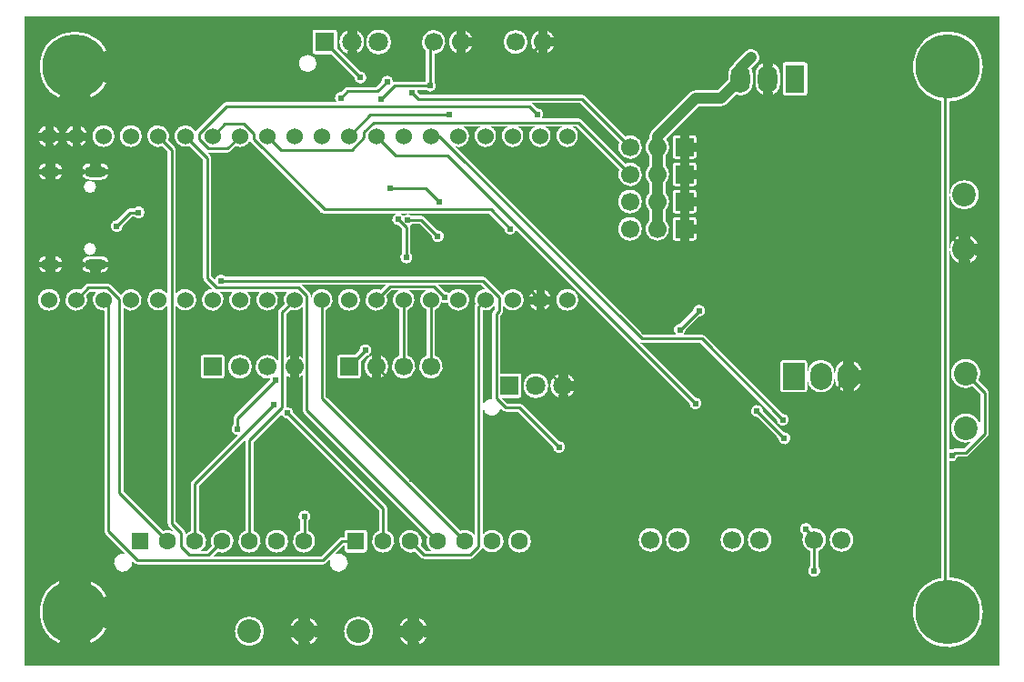
<source format=gbl>
G04 Layer: BottomLayer*
G04 EasyEDA Pro v2.2.32.3, 2024-11-04 22:23:50*
G04 Gerber Generator version 0.3*
G04 Scale: 100 percent, Rotated: No, Reflected: No*
G04 Dimensions in millimeters*
G04 Leading zeros omitted, absolute positions, 3 integers and 5 decimals*
%FSLAX35Y35*%
%MOMM*%
%ADD10C,0.90508*%
%ADD11C,0.50508*%
%ADD12C,1.05508*%
%ADD13C,0.76708*%
%ADD14C,3.00507*%
%ADD15C,0.85508*%
%ADD16C,1.10508*%
%ADD17C,1.25508*%
%ADD18C,1.00508*%
%ADD19C,6.0078*%
%ADD20C,5.99999*%
%ADD21O,2.1X1.0*%
%ADD22O,1.8X1.0*%
%ADD23C,2.2*%
%ADD24R,1.7X1.7*%
%ADD25C,1.7*%
%ADD26R,1.7X1.7*%
%ADD27O,1.8X2.59999*%
%ADD28R,1.8X2.59999*%
%ADD29O,2.0X2.49999*%
%ADD30R,2.0X2.49999*%
%ADD31R,1.6X1.6*%
%ADD32C,1.6*%
%ADD33C,1.8*%
%ADD34R,1.8X1.8*%
%ADD35C,1.524*%
%ADD36C,0.61*%
%ADD37C,0.254*%
%ADD38C,1.0*%
G75*


G04 Copper Start*
G36*
G01X9118346Y-38357D02*
G01X9118346Y-6083060D01*
G01X38354Y-6087025D01*
G01X38354Y-38357D01*
G01X9118346Y-38357D01*
G37*
%LPC*%
G36*
G01X266700Y-2781562D02*
G03X266700Y-2577854I0J101854D01*
G03X266700Y-2781562I0J-101854D01*
G37*
G36*
G01X266700Y-1257562D02*
G03X266700Y-1053854I0J101854D01*
G03X266700Y-1257562I0J-101854D01*
G37*
G36*
G01X320693Y-1410040D02*
G01X240693Y-1410040D01*
G03X240693Y-1561348I0J-75654D01*
G01X320693Y-1561348D01*
G03X320693Y-1410040I0J75654D01*
G37*
G36*
G01X320693Y-2274047D02*
G01X240693Y-2274047D01*
G03X240693Y-2425355I0J-75654D01*
G01X320693Y-2425355D01*
G03X320693Y-2274047I0J75654D01*
G37*
G36*
G01X833653Y-5588008D02*
G03X182347Y-5588008I-325653J0D01*
G03X833653Y-5588008I325653J0D01*
G37*
G36*
G01X833653Y-508008D02*
G03X182347Y-508008I-325653J0D01*
G03X833653Y-508008I325653J0D01*
G37*
G36*
G01X784438Y-4835992D02*
G03X795672Y-4863113I38354J0D01*
G01X976649Y-5044089D01*
G03X897039Y-5188166I-19043J-83510D01*
G03X1041116Y-5108556I60566J60566D01*
G01X1065080Y-5132520D01*
G03X1092200Y-5143754I27120J27120D01*
G01X2819400Y-5143754D01*
G03X2846520Y-5132520I0J38354D01*
G01X2885702Y-5093339D01*
G03X3024772Y-5188166I78503J-34261D01*
G03X2929945Y-5049096I-60566J60566D01*
G01X3013087Y-4965954D01*
G01X3018546Y-4965954D01*
G01X3018546Y-5007600D01*
G03X3044200Y-5033254I25654J0D01*
G01X3204200Y-5033254D01*
G03X3229854Y-5007600I0J25654D01*
G01X3229854Y-4847600D01*
G03X3204200Y-4821946I-25654J0D01*
G01X3044200Y-4821946D01*
G03X3018546Y-4847600I0J-25654D01*
G01X3018546Y-4889246D01*
G01X2997200Y-4889246D01*
G03X2970080Y-4900480I0J-38354D01*
G01X2803513Y-5067046D01*
G01X1794395Y-5067046D01*
G01X1837108Y-5024333D01*
G03X1954309Y-4852891I42492J96733D01*
G03X1782867Y-4970092I-74709J-74709D01*
G01X1736713Y-5016246D01*
G01X1683086Y-5016246D01*
G03X1730706Y-4916852I-57486J88646D01*
G03X1663954Y-4829154I-105106J-10748D01*
G01X1663954Y-4410087D01*
G01X2096700Y-3977341D01*
G03X2095246Y-3987800I36900J-10459D01*
G01X2095246Y-4829154D01*
G03X2133600Y-5033254I38354J-98446D01*
G03X2171954Y-4829154I0J105654D01*
G01X2171954Y-4003687D01*
G01X2433647Y-3741994D01*
G03X2491082Y-3789923I55553J8194D01*
G01X3339846Y-4638687D01*
G01X3339846Y-4829154D01*
G03X3378200Y-5033254I38354J-98446D01*
G03X3416554Y-4829154I0J105654D01*
G01X3416554Y-4622800D01*
G03X3405320Y-4595680I-38354J0D01*
G01X2545323Y-3735682D01*
G03X2476754Y-3679043I-56123J1882D01*
G01X2476754Y-3382477D01*
G03X2628646Y-3382477I75946J80477D01*
G01X2628646Y-3708400D01*
G03X2639880Y-3735520I38354J0D01*
G01X3789467Y-4885108D01*
G03X3828714Y-5016246I96733J-42492D01*
G01X3775087Y-5016246D01*
G01X3728933Y-4970092D01*
G03X3557491Y-4852891I-96733J42492D01*
G03X3674692Y-5024333I74709J-74709D01*
G01X3732080Y-5081720D01*
G03X3759200Y-5092954I27120J27120D01*
G01X4191000Y-5092954D01*
G03X4218120Y-5081720I0J38354D01*
G01X4294320Y-5005520D01*
G03X4305088Y-4984361I-27120J27120D01*
G03X4499853Y-4928031I89112J56761D01*
G03X4305554Y-4870114I-105653J431D01*
G01X4305554Y-2778409D01*
G03X4419346Y-2729869I25146J98701D01*
G01X4419346Y-2765421D01*
G01X4405180Y-2779587D01*
G03X4393946Y-2806708I27120J-27120D01*
G01X4393946Y-3594108D01*
G03X4394289Y-3599229I38354J0D01*
G03X4329854Y-3732857I-3689J-80571D01*
G03X4470935Y-3686984I60747J53057D01*
G01X4494982Y-3711031D01*
G03X4522103Y-3722264I27120J27120D01*
G01X4633216Y-3722264D01*
G01X4960377Y-4049426D01*
G03X5056207Y-4091015I56123J-1882D01*
G03X5014618Y-3995185I-39707J39707D01*
G01X4676223Y-3656790D01*
G03X4649103Y-3645556I-27120J-27120D01*
G01X4537989Y-3645556D01*
G01X4487887Y-3595454D01*
G01X4640600Y-3595454D01*
G03X4666254Y-3569800I0J25654D01*
G01X4666254Y-3389800D01*
G03X4640600Y-3364146I-25654J0D01*
G01X4470654Y-3364146D01*
G01X4470654Y-2822594D01*
G01X4484820Y-2808428D01*
G03X4496054Y-2781308I-27120J27120D01*
G01X4496054Y-2729869D01*
G03X4686461Y-2675345I88646J50161D01*
G03X4492086Y-2637318I-101761J-4363D01*
G03X4484820Y-2627187I-34386J-16989D01*
G01X4332420Y-2474787D01*
G03X4305300Y-2463554I-27120J-27120D01*
G01X1907915Y-2463554D01*
G03X1850163Y-2448306I-41015J-38354D01*
G03X1811348Y-2493707I16737J-53602D01*
G01X1777351Y-2459711D01*
G01X1777351Y-1358005D01*
G03X1766118Y-1330885I-38354J0D01*
G01X1743044Y-1307811D01*
G03X1753503Y-1309264I10459J36900D01*
G01X1929497Y-1309264D01*
G03X1956618Y-1298031I0J38354D01*
G01X2005100Y-1249548D01*
G03X2137314Y-1198097I39600J93841D01*
G03X2144580Y-1208228I34386J16989D01*
G01X2803175Y-1866823D01*
G03X2830295Y-1878056I27120J27120D01*
G01X3497521Y-1878056D01*
G03X3462893Y-1941673I20379J-52326D01*
G03X3519782Y-1986505I55007J11291D01*
G01X3555746Y-2022469D01*
G01X3555746Y-2244967D01*
G03X3594100Y-2342136I38354J-41015D01*
G03X3632454Y-2244967I0J56154D01*
G01X3632454Y-2006582D01*
G03X3628119Y-1988869I-38354J0D01*
G03X3648857Y-1974858I-20277J52365D01*
G01X3718955Y-1974858D01*
G01X3831119Y-2087022D01*
G03X3926948Y-2128611I56123J-1882D01*
G03X3885360Y-2032781I-39707J39707D01*
G01X3761962Y-1909383D01*
G03X3734841Y-1898150I-27120J-27120D01*
G01X3648857Y-1898150D01*
G03X3565145Y-1900031I-41015J-38354D01*
G03X3538279Y-1878056I-47245J-30352D01*
G01X4363808Y-1878056D01*
G01X4503177Y-2017426D01*
G03X4554254Y-2075235I56123J-1882D01*
G03X4614853Y-2027501I5046J55927D01*
G01X6230377Y-3643026D01*
G03X6326207Y-3684615I56123J-1882D01*
G03X6284618Y-3588785I-39707J39707D01*
G01X5774295Y-3078462D01*
G03X5784754Y-3079915I10459J36900D01*
G01X6327667Y-3079915D01*
G01X7043177Y-3795426D01*
G03X7139007Y-3837015I56123J-1882D01*
G03X7097418Y-3741185I-39707J39707D01*
G01X6370674Y-3014441D01*
G03X6343554Y-3003207I-27120J-27120D01*
G01X6175712Y-3003207D01*
G03X6197081Y-2957218I-34754J44107D01*
G01X6316876Y-2837423D01*
G03X6358465Y-2741593I1882J56123D01*
G03X6262635Y-2783182I-39707J-39707D01*
G01X6142840Y-2902977D01*
G03X6088217Y-2939822I-1882J-56123D01*
G03X6106204Y-3003207I52741J-19278D01*
G01X5800641Y-3003207D01*
G01X4051939Y-1254506D01*
G03X4171279Y-1193511I24761J98798D01*
G03X4126861Y-1067062I-94579J37803D01*
G01X4280539Y-1067062D01*
G03X4330700Y-1257562I50161J-88646D01*
G03X4380861Y-1067062I0J101854D01*
G01X4534539Y-1067062D01*
G03X4584700Y-1257562I50161J-88646D01*
G03X4634861Y-1067062I0J101854D01*
G01X4788539Y-1067062D01*
G03X4838700Y-1257562I50161J-88646D01*
G03X4888861Y-1067062I0J101854D01*
G01X5042539Y-1067062D01*
G03X5092700Y-1257562I50161J-88646D01*
G03X5142861Y-1067062I0J101854D01*
G01X5178413Y-1067062D01*
G01X5576386Y-1465034D01*
G03X5755144Y-1589552I100514J-46273D01*
G03X5630627Y-1410794I-78244J78244D01*
G01X5221420Y-1001587D01*
G03X5194300Y-990354I-27120J-27120D01*
G01X4854784Y-990354D01*
G03X4811418Y-896385I-41484J37846D01*
G01X4764220Y-849187D01*
G03X4761418Y-846649I-27120J-27120D01*
G01X5212000Y-846649D01*
G01X5576386Y-1211034D01*
G03X5755144Y-1335552I100514J-46273D01*
G03X5630627Y-1156794I-78244J78244D01*
G01X5255008Y-781174D01*
G03X5227887Y-769941I-27120J-27120D01*
G01X3719774Y-769941D01*
G01X3701023Y-751189D01*
G03X3699756Y-737301I-56123J1882D01*
G03X3695105Y-724154I-54856J-12006D01*
G01X3774827Y-724154D01*
G03X3855549Y-725507I41015J38354D01*
G03X3854196Y-644785I-39707J39707D01*
G01X3854196Y-389893D01*
G03X3882748Y-174318I-6096J110486D01*
G03X3777488Y-364603I-34648J-105089D01*
G01X3777488Y-644785D01*
G03X3774827Y-647446I38354J-41015D01*
G01X3485642Y-647446D01*
G03X3472415Y-649799I0J-38354D01*
G03X3416405Y-591554I-56115J2091D01*
G03X3360177Y-649589I-105J-56154D01*
G01X3310611Y-699156D01*
G01X3047097Y-699156D01*
G03X3019977Y-710390I0J-38354D01*
G01X2986382Y-743985D01*
G03X2933514Y-776578I-1882J-56123D01*
G03X2943016Y-837954I50986J-23530D01*
G01X1917700Y-837954D01*
G03X1890580Y-849187I0J-38354D01*
G01X1636580Y-1103187D01*
G03X1629314Y-1113318I27120J-27120D01*
G03X1441780Y-1118769I-92614J-42389D01*
G03X1576300Y-1249548I94920J-36938D01*
G01X1700643Y-1373892D01*
G01X1700643Y-2475597D01*
G03X1711877Y-2502718I38354J0D01*
G01X1787077Y-2577918D01*
G03X1756080Y-2775497I3623J-101790D01*
G03X1858562Y-2603754I34620J95790D01*
G01X1976838Y-2603754D01*
G03X2044700Y-2781562I67862J-75954D01*
G03X2112562Y-2603754I0J101854D01*
G01X2230838Y-2603754D01*
G03X2298700Y-2781562I67862J-75954D01*
G03X2366562Y-2603754I0J101854D01*
G01X2484838Y-2603754D01*
G03X2458859Y-2719308I67862J-75954D01*
G01X2411280Y-2766887D01*
G03X2400046Y-2794008I27120J-27120D01*
G01X2400046Y-3257579D01*
G03X2199481Y-3253011I-101346J-44421D01*
G03X2325050Y-3409471I99219J-48989D01*
G03X2322674Y-3419304I53173J-18052D01*
G03X2322101Y-3429404I55549J-8218D01*
G01X1995503Y-3756002D01*
G03X1984269Y-3783123I27120J-27120D01*
G01X1984269Y-3843707D01*
G03X1970785Y-3906312I38354J-41015D01*
G03X2024722Y-3940837I51838J21589D01*
G01X1598480Y-4367080D01*
G03X1587246Y-4394200I27120J-27120D01*
G01X1587246Y-4829154D01*
G03X1536954Y-4870114I38354J-98446D01*
G01X1536954Y-4851400D01*
G03X1525720Y-4824280I-38354J0D01*
G01X1447151Y-4745711D01*
G01X1447151Y-2728239D01*
G03X1638554Y-2679708I89549J48531D01*
G03X1447151Y-2631176I-101854J0D01*
G01X1447151Y-1281805D01*
G03X1435918Y-1254685I-38354J0D01*
G01X1376541Y-1195308D01*
G03X1210678Y-1083686I-93841J39600D01*
G03X1322300Y-1249548I72022J-72022D01*
G01X1370443Y-1297692D01*
G01X1370443Y-2627984D01*
G03X1180846Y-2679708I-87743J-51724D01*
G03X1370443Y-2731431I101854J0D01*
G01X1370443Y-4761597D01*
G03X1381677Y-4788718I38354J0D01*
G01X1440236Y-4847276D01*
G03X1329108Y-4830867I-68636J-80324D01*
G01X960941Y-4462700D01*
G01X960941Y-2755754D01*
G03X1128598Y-2659843I67759J76046D01*
G03X937003Y-2635370I-99898J-19865D01*
G01X839920Y-2538287D01*
G03X812800Y-2527054I-27120J-27120D01*
G01X635000Y-2527054D01*
G03X607880Y-2538287I0J-38354D01*
G01X560300Y-2585867D01*
G03X448678Y-2751729I-39600J-93841D01*
G03X614541Y-2640108I72022J72022D01*
G01X650887Y-2603762D01*
G01X706829Y-2603762D01*
G03X681391Y-2720544I67871J-75946D01*
G03X784438Y-2781095I93309J40836D01*
G01X784438Y-4835992D01*
G37*
G36*
G01X520700Y-1257562D02*
G03X520700Y-1053854I0J101854D01*
G03X520700Y-1257562I0J-101854D01*
G37*
G36*
G01X753701Y-2274047D02*
G01X643701Y-2274047D01*
G03X643701Y-2425355I0J-75654D01*
G01X753701Y-2425355D01*
G03X753701Y-2274047I0J75654D01*
G37*
G36*
G01X753701Y-1410040D02*
G01X643701Y-1410040D01*
G03X643701Y-1561348I0J-75654D01*
G01X753701Y-1561348D01*
G03X753701Y-1410040I0J75654D01*
G37*
G36*
G01X706867Y-1627706D02*
G03X590560Y-1627706I-58153J0D01*
G03X706867Y-1627706I58153J0D01*
G37*
G36*
G01X706867Y-2206699D02*
G03X590560Y-2206699I-58153J0D01*
G03X706867Y-2206699I58153J0D01*
G37*
G36*
G01X774700Y-1257562D02*
G03X774700Y-1053854I0J101854D01*
G03X774700Y-1257562I0J-101854D01*
G37*
G36*
G01X1041590Y-1904652D02*
G01X1060888Y-1904652D01*
G03X1158057Y-1866298I41015J38354D01*
G03X1060888Y-1827944I-56154J0D01*
G01X1025703Y-1827944D01*
G03X998582Y-1839178I0J-38354D01*
G01X900585Y-1937175D01*
G03X858996Y-2033005I-1882J-56123D01*
G03X954825Y-1991416I39707J39707D01*
G01X1041590Y-1904652D01*
G37*
G36*
G01X1028700Y-1257562D02*
G03X1028700Y-1053854I0J101854D01*
G03X1028700Y-1257562I0J-101854D01*
G37*
G36*
G01X1875700Y-3412654D02*
G03X1901354Y-3387000I0J25654D01*
G01X1901354Y-3217000D01*
G03X1875700Y-3191346I-25654J0D01*
G01X1705700Y-3191346D01*
G03X1680046Y-3217000I0J-25654D01*
G01X1680046Y-3387000D01*
G03X1705700Y-3412654I25654J0D01*
G01X1875700Y-3412654D01*
G37*
G36*
G01X1934046Y-3302000D02*
G03X2155354Y-3302000I110654J0D01*
G03X1934046Y-3302000I-110654J0D01*
G37*
G36*
G01X1997946Y-5765800D02*
G03X2269254Y-5765800I135654J0D01*
G03X1997946Y-5765800I-135654J0D01*
G37*
G36*
G01X2281946Y-4927600D02*
G03X2493254Y-4927600I105654J0D01*
G03X2281946Y-4927600I-105654J0D01*
G37*
G36*
G01X2505946Y-5765800D02*
G03X2777254Y-5765800I135654J0D01*
G03X2505946Y-5765800I-135654J0D01*
G37*
G36*
G01X2637064Y-5033156D02*
G03X2684180Y-4830906I4536J105556D01*
G01X2684180Y-4737390D01*
G03X2645826Y-4640220I-38354J41015D01*
G03X2607472Y-4737390I0J-56154D01*
G01X2607472Y-4827610D01*
G03X2637064Y-5033156I34128J-99990D01*
G37*
G36*
G01X2756756Y-479400D02*
G03X2595446Y-479400I-80655J0D01*
G03X2756756Y-479400I80655J0D01*
G37*
G36*
G01X2951754Y-340813D02*
G01X2951754Y-189400D01*
G03X2926100Y-163746I-25654J0D01*
G01X2746101Y-163746D01*
G03X2720447Y-189400I0J-25654D01*
G01X2720447Y-369400D01*
G03X2746101Y-395054I25654J0D01*
G01X2897514Y-395054D01*
G01X3110178Y-607718D01*
G03X3206007Y-649307I56123J-1882D01*
G03X3164419Y-553477I-39707J39707D01*
G01X2951754Y-340813D01*
G37*
G36*
G01X3201767Y-279400D02*
G03X2970459Y-279400I-115654J0D01*
G03X3201767Y-279400I115654J0D01*
G37*
G36*
G01X3013946Y-5765800D02*
G03X3285254Y-5765800I135654J0D01*
G03X3013946Y-5765800I-135654J0D01*
G37*
G36*
G01X3451753Y-279400D02*
G03X3220446Y-279400I-115654J0D01*
G03X3451753Y-279400I115654J0D01*
G37*
G36*
G01X3521946Y-5765800D02*
G03X3793254Y-5765800I135654J0D01*
G03X3521946Y-5765800I-135654J0D01*
G37*
G36*
G01X3991446Y-279408D02*
G03X4212754Y-279408I110654J0D01*
G03X3991446Y-279408I-110654J0D01*
G37*
G36*
G01X4500672Y-279408D02*
G03X4721979Y-279408I110654J0D01*
G03X4500672Y-279408I-110654J0D01*
G37*
G36*
G01X4542546Y-4927600D02*
G03X4753854Y-4927600I105654J0D01*
G03X4542546Y-4927600I-105654J0D01*
G37*
G36*
G01X4916267Y-3479800D02*
G03X4684959Y-3479800I-115654J0D01*
G03X4916267Y-3479800I115654J0D01*
G37*
G36*
G01X4838700Y-2781562D02*
G03X4838700Y-2577854I0J101854D01*
G03X4838700Y-2781562I0J-101854D01*
G37*
G36*
G01X4754672Y-279408D02*
G03X4975979Y-279408I110654J0D01*
G03X4754672Y-279408I-110654J0D01*
G37*
G36*
G01X5166253Y-3479800D02*
G03X4934946Y-3479800I-115654J0D01*
G03X5166253Y-3479800I115654J0D01*
G37*
G36*
G01X5092700Y-2781562D02*
G03X5092700Y-2577854I0J101854D01*
G03X5092700Y-2781562I0J-101854D01*
G37*
G36*
G01X5787554Y-2019308D02*
G03X5566246Y-2019308I-110654J0D01*
G03X5787554Y-2019308I110654J0D01*
G37*
G36*
G01X5787554Y-1765308D02*
G03X5566246Y-1765308I-110654J0D01*
G03X5787554Y-1765308I110654J0D01*
G37*
G36*
G01X5756746Y-4914908D02*
G03X5978054Y-4914908I110654J0D01*
G03X5756746Y-4914908I-110654J0D01*
G37*
G36*
G01X5855246Y-1684557D02*
G03X5820246Y-1765308I75654J-80751D01*
G03X5855246Y-1846059I110654J0D01*
G01X5855246Y-1938557D01*
G03X5930900Y-2129961I75654J-80751D01*
G03X6006554Y-1938557I0J110654D01*
G01X6006554Y-1846059D01*
G03X6041554Y-1765308I-75654J80751D01*
G03X6006554Y-1684557I-110654J0D01*
G01X6006554Y-1592059D01*
G03X6006554Y-1430557I-75654J80751D01*
G01X6006554Y-1338059D01*
G03X6012561Y-1182637I-75654J80751D01*
G01X6315791Y-879408D01*
G01X6523630Y-879408D01*
G03X6577126Y-857249I0J75654D01*
G01X6664174Y-770201D01*
G03X6820938Y-662101I41110J108101D01*
G01X6820938Y-582101D01*
G03X6807111Y-527264I-115654J0D01*
G01X6858779Y-475596D01*
G03X6751788Y-368605I-53495J53495D01*
G01X6651788Y-468605D01*
G03X6637584Y-488332I53495J-53495D01*
G03X6589630Y-582101I67699J-93769D01*
G01X6589630Y-630763D01*
G01X6492293Y-728100D01*
G01X6284454Y-728100D01*
G03X6230958Y-750259I0J-75654D01*
G01X5877405Y-1103812D01*
G03X5855246Y-1157308I53495J-53495D01*
G01X5855246Y-1176557D01*
G03X5855246Y-1338059I75654J-80751D01*
G01X5855246Y-1430557D01*
G03X5855246Y-1592059I75654J-80751D01*
G01X5855246Y-1684557D01*
G37*
G36*
G01X6010746Y-4914908D02*
G03X6232054Y-4914908I110654J0D01*
G03X6010746Y-4914908I-110654J0D01*
G37*
G36*
G01X6099900Y-1908654D02*
G03X6074246Y-1934308I0J-25654D01*
G01X6074246Y-2104307D01*
G03X6099900Y-2129961I25654J0D01*
G01X6269900Y-2129961D01*
G03X6295554Y-2104307I0J25654D01*
G01X6295554Y-1934308D01*
G03X6269900Y-1908654I-25654J0D01*
G01X6099900Y-1908654D01*
G37*
G36*
G01X6099900Y-1400654D02*
G03X6074246Y-1426308I0J-25654D01*
G01X6074246Y-1596307D01*
G03X6099900Y-1621961I25654J0D01*
G01X6269900Y-1621961D01*
G03X6295554Y-1596307I0J25654D01*
G01X6295554Y-1426308D01*
G03X6269900Y-1400654I-25654J0D01*
G01X6099900Y-1400654D01*
G37*
G36*
G01X6099900Y-1146654D02*
G03X6074246Y-1172308I0J-25654D01*
G01X6074246Y-1342307D01*
G03X6099900Y-1367961I25654J0D01*
G01X6269900Y-1367961D01*
G03X6295554Y-1342307I0J25654D01*
G01X6295554Y-1172308D01*
G03X6269900Y-1146654I-25654J0D01*
G01X6099900Y-1146654D01*
G37*
G36*
G01X6099900Y-1654654D02*
G03X6074246Y-1680308I0J-25654D01*
G01X6074246Y-1850307D01*
G03X6099900Y-1875961I25654J0D01*
G01X6269900Y-1875961D01*
G03X6295554Y-1850307I0J25654D01*
G01X6295554Y-1680308D01*
G03X6269900Y-1654654I-25654J0D01*
G01X6099900Y-1654654D01*
G37*
G36*
G01X6518746Y-4914908D02*
G03X6740054Y-4914908I110654J0D01*
G03X6518746Y-4914908I-110654J0D01*
G37*
G36*
G01X6772746Y-4914908D02*
G03X6994054Y-4914908I110654J0D01*
G03X6772746Y-4914908I-110654J0D01*
G37*
G36*
G01X7057478Y-3967115D02*
G03X7153307Y-4008703I56123J-1882D01*
G03X7111718Y-3912874I-39707J39707D01*
G01X6915723Y-3716878D01*
G03X6819893Y-3675289I-56123J1882D01*
G03X6861482Y-3771119I39707J-39707D01*
G01X7057478Y-3967115D01*
G37*
G36*
G01X7074963Y-663091D02*
G01X7074963Y-583091D01*
G03X6843655Y-583091I-115654J0D01*
G01X6843655Y-663091D01*
G03X7074963Y-663091I115654J0D01*
G37*
G36*
G01X7300892Y-3541554D02*
G03X7326546Y-3515900I0J25654D01*
G01X7326546Y-3265900D01*
G03X7300892Y-3240246I-25654J0D01*
G01X7100893Y-3240246D01*
G03X7075239Y-3265900I0J-25654D01*
G01X7075239Y-3515900D01*
G03X7100893Y-3541554I25654J0D01*
G01X7300892Y-3541554D01*
G37*
G36*
G01X7123309Y-467437D02*
G03X7097655Y-493091I0J-25654D01*
G01X7097655Y-753091D01*
G03X7123309Y-778745I25654J0D01*
G01X7303309Y-778745D01*
G03X7328963Y-753091I0J25654D01*
G01X7328963Y-493091D01*
G03X7303309Y-467437I-25654J0D01*
G01X7123309Y-467437D01*
G37*
G36*
G01X7281516Y-4768392D02*
G03X7292750Y-4864783I33692J-44924D01*
G03X7353054Y-5018705I98650J-50125D01*
G01X7353054Y-5162556D01*
G03X7391408Y-5259725I38354J-41015D01*
G03X7429762Y-5162556I0J56154D01*
G01X7429762Y-5018699D01*
G03X7498040Y-4885376I-38362J103791D01*
G03X7370905Y-4806168I-106640J-29532D01*
G03X7281516Y-4768392I-55697J-7147D01*
G37*
G36*
G01X7329239Y-3365900D02*
G01X7329239Y-3415900D01*
G03X7580546Y-3415900I125654J0D01*
G01X7580546Y-3365900D01*
G03X7329239Y-3365900I-125654J0D01*
G37*
G36*
G01X7534746Y-4914908D02*
G03X7756054Y-4914908I110654J0D01*
G03X7534746Y-4914908I-110654J0D01*
G37*
G36*
G01X7583239Y-3365900D02*
G01X7583239Y-3415900D01*
G03X7834546Y-3415900I125654J0D01*
G01X7834546Y-3365900D01*
G03X7583239Y-3365900I-125654J0D01*
G37*
G36*
G01X8572246Y-5268656D02*
G03X8661579Y-5912655I63754J-319352D01*
G03X8648954Y-5262612I-25579J324647D01*
G01X8648954Y-4177793D01*
G03X8728280Y-4142343I25146J50209D01*
G01X8799295Y-4142343D01*
G03X8826415Y-4131109I0J38354D01*
G01X9006020Y-3951504D01*
G03X9017254Y-3924384I-27120J27120D01*
G01X9017254Y-3543384D01*
G03X9006020Y-3516263I-38354J0D01*
G01X8920228Y-3430471D01*
G03X8705178Y-3269662I-119128J64888D01*
G03X8865988Y-3484712I95922J-95922D01*
G01X8940546Y-3559271D01*
G01X8940546Y-3908497D01*
G01X8928288Y-3920755D01*
G03X8705178Y-3777662I-127188J47171D01*
G03X8848271Y-4000772I95922J-95922D01*
G01X8783408Y-4065635D01*
G01X8697695Y-4065635D01*
G03X8677280Y-4071520I0J-38354D01*
G03X8648954Y-4077375I-3180J-56064D01*
G01X8648954Y-833403D01*
G03X8661579Y-183360I-12954J325396D01*
G03X8572246Y-827359I-25579J-324647D01*
G01X8572246Y-5268656D01*
G37*
G36*
G01X8788400Y-2345538D02*
G03X8788400Y-2074230I0J135654D01*
G03X8788400Y-2345538I0J-135654D01*
G37*
G36*
G01X8788400Y-1837538D02*
G03X8788400Y-1566230I0J135654D01*
G03X8788400Y-1837538I0J-135654D01*
G37*
%LPD*%
G36*
G01X2513100Y-2773548D02*
G03X2628646Y-2747578I39600J93841D01*
G01X2628646Y-3221523D01*
G03X2476754Y-3221523I-75946J-80477D01*
G01X2476754Y-2809894D01*
G01X2513100Y-2773548D01*
G37*
G36*
G01X2619902Y-2540262D02*
G01X3399905Y-2540262D01*
G01X3354300Y-2585867D01*
G03X3242678Y-2751729I-39600J-93841D01*
G03X3408541Y-2640108I72022J72022D01*
G01X3457587Y-2591062D01*
G01X3518539Y-2591062D01*
G03X3530346Y-2774064I50161J-88646D01*
G01X3530346Y-3198188D01*
G03X3568700Y-3412636I38354J-103794D01*
G03X3607054Y-3198188I0J110654D01*
G01X3607054Y-2774064D01*
G03X3618861Y-2591062I-38354J94357D01*
G01X3772539Y-2591062D01*
G03X3784346Y-2774064I50161J-88646D01*
G01X3784346Y-3198188D01*
G03X3822700Y-3412636I38354J-103794D01*
G03X3861054Y-3198188I0J110654D01*
G01X3861054Y-2774064D01*
G03X3921840Y-2703063I-38354J94357D01*
G03X3977560Y-2703063I27860J48756D01*
G03X4176576Y-2699683I99140J23356D01*
G03X3994169Y-2620018I-99876J19975D01*
G03X3947818Y-2598185I-44469J-34290D01*
G01X3889895Y-2540262D01*
G01X4289413Y-2540262D01*
G01X4327070Y-2577918D01*
G03X4244752Y-2625053I3630J-101789D01*
G03X4236979Y-2719591I85948J-54655D01*
G03X4228846Y-2743208I30221J-23617D01*
G01X4228846Y-4870114D01*
G03X4170492Y-4826382I-88646J-57486D01*
G03X4097708Y-4830867I-30292J-101218D01*
G01X2845054Y-3578213D01*
G01X2845054Y-2774064D01*
G03X2867716Y-2598152I-38354J94357D01*
G03X2705354Y-2669548I-61016J-81555D01*
G01X2705354Y-2641600D01*
G03X2694120Y-2614480I-38354J0D01*
G01X2619902Y-2540262D01*
G37*
%LPC*%
G36*
G01X3252807Y-3109901D02*
G03X3156977Y-3151489I-39707J-39707D01*
G01X3117113Y-3191354D01*
G01X2975700Y-3191354D01*
G03X2950046Y-3217008I0J-25654D01*
G01X2950046Y-3387007D01*
G03X2975700Y-3412661I25654J0D01*
G01X3145700Y-3412661D01*
G03X3171354Y-3387007I0J25654D01*
G01X3171354Y-3245595D01*
G01X3211218Y-3205730D01*
G03X3252807Y-3109901I1882J56123D01*
G37*
G36*
G01X3060700Y-2781562D02*
G03X3060700Y-2577854I0J101854D01*
G03X3060700Y-2781562I0J-101854D01*
G37*
G36*
G01X3204046Y-3301982D02*
G03X3425354Y-3301982I110654J0D01*
G03X3204046Y-3301982I-110654J0D01*
G37*
%LPD*%
G54D10*
G01X280693Y-1435948D02*
G01X280693Y-1410040D01*
G01X280693Y-1535440D02*
G01X280693Y-1561348D01*
G54D11*
G01X370439Y-1485694D02*
G01X396347Y-1485694D01*
G01X190947Y-1485694D02*
G01X165039Y-1485694D01*
G54D12*
G01X698701Y-1435948D02*
G01X698701Y-1410040D01*
G54D11*
G01X803446Y-1485694D02*
G01X829354Y-1485694D01*
G01X593955Y-1485694D02*
G01X568047Y-1485694D01*
G54D10*
G01X280693Y-2299955D02*
G01X280693Y-2274047D01*
G01X280693Y-2399447D02*
G01X280693Y-2425355D01*
G54D11*
G01X370439Y-2349701D02*
G01X396347Y-2349701D01*
G01X190947Y-2349701D02*
G01X165039Y-2349701D01*
G54D12*
G01X698701Y-2399447D02*
G01X698701Y-2425355D01*
G54D11*
G01X803446Y-2349701D02*
G01X829354Y-2349701D01*
G01X593955Y-2349701D02*
G01X568047Y-2349701D01*
G54D13*
G01X520700Y-1231654D02*
G01X520700Y-1257562D01*
G01X520700Y-1079762D02*
G01X520700Y-1053854D01*
G01X444754Y-1155708D02*
G01X418846Y-1155708D01*
G01X596646Y-1155708D02*
G01X622554Y-1155708D01*
G01X266700Y-1231654D02*
G01X266700Y-1257562D01*
G01X266700Y-1079762D02*
G01X266700Y-1053854D01*
G01X190754Y-1155708D02*
G01X164846Y-1155708D01*
G01X342646Y-1155708D02*
G01X368554Y-1155708D01*
G54D14*
G01X807745Y-508008D02*
G01X833653Y-508008D01*
G01X508000Y-807753D02*
G01X508000Y-833661D01*
G54D15*
G01X4186846Y-279408D02*
G01X4212754Y-279408D01*
G01X4102100Y-194662D02*
G01X4102100Y-168754D01*
G01X4102100Y-364153D02*
G01X4102100Y-390061D01*
G54D10*
G01X3086113Y-369146D02*
G01X3086113Y-395054D01*
G01X3086113Y-189654D02*
G01X3086113Y-163746D01*
G54D16*
G01X2531854Y-5765800D02*
G01X2505946Y-5765800D01*
G01X2751346Y-5765800D02*
G01X2777254Y-5765800D01*
G01X2641600Y-5656054D02*
G01X2641600Y-5630146D01*
G01X2641600Y-5875546D02*
G01X2641600Y-5901454D01*
G01X3547854Y-5765800D02*
G01X3521946Y-5765800D01*
G01X3767346Y-5765800D02*
G01X3793254Y-5765800D01*
G01X3657600Y-5656054D02*
G01X3657600Y-5630146D01*
G01X3657600Y-5875546D02*
G01X3657600Y-5901454D01*
G54D14*
G01X807745Y-5588008D02*
G01X833653Y-5588008D01*
G01X508000Y-5887753D02*
G01X508000Y-5913661D01*
G01X508000Y-5288262D02*
G01X508000Y-5262354D01*
G54D15*
G01X2552700Y-3217254D02*
G01X2552700Y-3191346D01*
G01X2552700Y-3386746D02*
G01X2552700Y-3412654D01*
G01X3314700Y-3217236D02*
G01X3314700Y-3191328D01*
G01X3314700Y-3386728D02*
G01X3314700Y-3412636D01*
G54D13*
G01X4838700Y-2755654D02*
G01X4838700Y-2781562D01*
G01X4838700Y-2603762D02*
G01X4838700Y-2577854D01*
G01X4762754Y-2679708D02*
G01X4736846Y-2679708D01*
G01X4914646Y-2679708D02*
G01X4940554Y-2679708D01*
G54D15*
G01X4950071Y-279408D02*
G01X4975979Y-279408D01*
G01X4865326Y-194662D02*
G01X4865326Y-168754D01*
G01X4865326Y-364153D02*
G01X4865326Y-390061D01*
G54D10*
G01X5140345Y-3479800D02*
G01X5166253Y-3479800D01*
G01X5050600Y-3569546D02*
G01X5050600Y-3595454D01*
G01X5050600Y-3390054D02*
G01X5050600Y-3364146D01*
G54D15*
G01X6269646Y-2019308D02*
G01X6295554Y-2019308D01*
G01X6184900Y-2104053D02*
G01X6184900Y-2129961D01*
G01X6184900Y-1934562D02*
G01X6184900Y-1908654D01*
G01X6269646Y-1765308D02*
G01X6295554Y-1765308D01*
G01X6184900Y-1850053D02*
G01X6184900Y-1875961D01*
G01X6184900Y-1680562D02*
G01X6184900Y-1654654D01*
G01X6269646Y-1511308D02*
G01X6295554Y-1511308D01*
G01X6184900Y-1596053D02*
G01X6184900Y-1621961D01*
G01X6184900Y-1426562D02*
G01X6184900Y-1400654D01*
G01X6269646Y-1257308D02*
G01X6295554Y-1257308D01*
G01X6184900Y-1342053D02*
G01X6184900Y-1367961D01*
G01X6184900Y-1172562D02*
G01X6184900Y-1146654D01*
G54D10*
G01X6959309Y-752837D02*
G01X6959309Y-778745D01*
G01X6959309Y-493345D02*
G01X6959309Y-467437D01*
G54D17*
G01X7808638Y-3390900D02*
G01X7834546Y-3390900D01*
G54D18*
G01X7708892Y-3266154D02*
G01X7708892Y-3240246D01*
G01X7708892Y-3515646D02*
G01X7708892Y-3541554D01*
G54D16*
G01X8788400Y-2319630D02*
G01X8788400Y-2345538D01*
G01X8788400Y-2100138D02*
G01X8788400Y-2074230D01*
G01X8898146Y-2209884D02*
G01X8924054Y-2209884D01*
G04 Copper End*

G04 Pad Start*
G54D20*
G01X8636000Y-508008D03*
G01X8636000Y-5588008D03*
G01X508000Y-5588008D03*
G01X508000Y-508008D03*
G54D21*
G01X698701Y-1485694D03*
G54D22*
G01X280693Y-1485694D03*
G01X280693Y-2349701D03*
G54D21*
G01X698701Y-2349701D03*
G54D23*
G01X8788400Y-1701884D03*
G01X8788400Y-2209884D03*
G01X8801100Y-3365584D03*
G01X8801100Y-3873584D03*
G54D24*
G01X3060700Y-3302008D03*
G54D25*
G01X3314700Y-3301982D03*
G01X3568700Y-3301982D03*
G01X3822700Y-3301982D03*
G54D26*
G01X6184900Y-1257308D03*
G54D25*
G01X5930900Y-1257308D03*
G01X5676900Y-1257308D03*
G54D26*
G01X6184900Y-2019308D03*
G54D25*
G01X5930900Y-2019308D03*
G01X5676900Y-2019308D03*
G54D26*
G01X6184900Y-1511308D03*
G54D25*
G01X5930900Y-1511308D03*
G01X5676900Y-1511308D03*
G54D26*
G01X6184900Y-1765308D03*
G54D25*
G01X5930900Y-1765308D03*
G01X5676900Y-1765308D03*
G54D27*
G01X6959309Y-623091D03*
G01X6705284Y-622101D03*
G54D28*
G01X7213309Y-623091D03*
G54D29*
G01X7454892Y-3390900D03*
G01X7708892Y-3390900D03*
G54D30*
G01X7200892Y-3390900D03*
G54D25*
G01X3848100Y-279408D03*
G01X4102100Y-279408D03*
G54D31*
G01X1117600Y-4927600D03*
G54D32*
G01X1371600Y-4927600D03*
G01X1625600Y-4927600D03*
G01X1879600Y-4927600D03*
G01X2133600Y-4927600D03*
G01X2387600Y-4927600D03*
G01X2641600Y-4927600D03*
G54D31*
G01X3124200Y-4927600D03*
G54D32*
G01X3378200Y-4927600D03*
G01X3632200Y-4927600D03*
G01X3886200Y-4927600D03*
G01X4140200Y-4927600D03*
G01X4394200Y-4927600D03*
G01X4648200Y-4927600D03*
G54D23*
G01X2641600Y-5765800D03*
G01X2133600Y-5765800D03*
G01X3657600Y-5765800D03*
G01X3149600Y-5765800D03*
G54D33*
G01X3336100Y-279400D03*
G01X3086113Y-279400D03*
G54D34*
G01X2836101Y-279400D03*
G54D33*
G01X5050600Y-3479800D03*
G01X4800613Y-3479800D03*
G54D34*
G01X4550601Y-3479800D03*
G54D25*
G01X4611326Y-279408D03*
G01X4865326Y-279408D03*
G01X6629400Y-4914908D03*
G01X6883400Y-4914908D03*
G01X5867400Y-4914908D03*
G01X6121400Y-4914908D03*
G01X7391400Y-4914908D03*
G01X7645400Y-4914908D03*
G54D35*
G01X5092700Y-2679708D03*
G01X4838700Y-2679708D03*
G01X4584700Y-2679708D03*
G01X4330700Y-2679708D03*
G01X4076700Y-2679708D03*
G01X3822700Y-2679708D03*
G01X3568700Y-2679708D03*
G01X3314700Y-2679708D03*
G01X3060700Y-2679708D03*
G01X2806700Y-2679708D03*
G01X2552700Y-2679708D03*
G01X2298700Y-2679708D03*
G01X2044700Y-2679708D03*
G01X1790700Y-2679708D03*
G01X1536700Y-2679708D03*
G01X1282700Y-2679708D03*
G01X1028700Y-2679708D03*
G01X774700Y-2679708D03*
G01X520700Y-2679708D03*
G01X266700Y-2679708D03*
G01X266700Y-1155708D03*
G01X520700Y-1155708D03*
G01X774700Y-1155708D03*
G01X1028700Y-1155708D03*
G01X1282700Y-1155708D03*
G01X1536700Y-1155708D03*
G01X1790700Y-1155708D03*
G01X2044700Y-1155708D03*
G01X2298700Y-1155708D03*
G01X2552700Y-1155708D03*
G01X2806700Y-1155708D03*
G01X3060700Y-1155708D03*
G01X3314700Y-1155708D03*
G01X3568700Y-1155708D03*
G01X3822700Y-1155708D03*
G01X4076700Y-1155708D03*
G01X4330700Y-1155708D03*
G01X4584700Y-1155708D03*
G01X4838700Y-1155708D03*
G01X5092700Y-1155708D03*
G54D24*
G01X1790700Y-3302000D03*
G54D25*
G01X2044700Y-3302000D03*
G01X2298700Y-3302000D03*
G01X2552700Y-3302000D03*
G04 Pad End*

G04 Via Start*
G54D36*
G01X7113600Y-3968996D03*
G01X6859600Y-3714996D03*
G01X8674100Y-4127584D03*
G01X7391408Y-5203571D03*
G01X7315208Y-4813315D03*
G01X2645826Y-4696374D03*
G01X3213100Y-3149608D03*
G01X3607841Y-1936504D03*
G01X3887241Y-2088904D03*
G01X3444816Y-1637291D03*
G01X3902016Y-1764291D03*
G01X6140958Y-2959100D03*
G01X6318758Y-2781300D03*
G01X6805284Y-422101D03*
G01X3166301Y-609600D03*
G01X1101903Y-1866298D03*
G01X898703Y-1993298D03*
G01X2489200Y-3733800D03*
G01X2022623Y-3884723D03*
G01X2378223Y-3427523D03*
G01X3650524Y-4346755D03*
G01X2890944Y-3106826D03*
G01X3500544Y-2827426D03*
G01X4483100Y-330208D03*
G01X4806950Y-482608D03*
G01X3983144Y-2414676D03*
G01X7615983Y-3961406D03*
G01X8784971Y-2797429D03*
G01X8686800Y-2108284D03*
G01X2362200Y-3657600D03*
G01X7099300Y-3797308D03*
G01X6286500Y-3644908D03*
G01X1866900Y-2501908D03*
G01X5016500Y-4051308D03*
G01X3949700Y-2654308D03*
G01X3644900Y-749308D03*
G01X3416300Y-647708D03*
G01X2984500Y-800108D03*
G01X4813300Y-952508D03*
G01X4559300Y-2019308D03*
G01X3594100Y-2285982D03*
G01X3517900Y-1930382D03*
G01X3994868Y-957509D03*
G01X3815842Y-685800D03*
G01X3358642Y-812800D03*
G04 Via End*

G04 Track Start*
G54D37*
G01X7113600Y-3968996D02*
G01X6859600Y-3714996D01*
G01X8801100Y-3365584D02*
G01X8978900Y-3543384D01*
G01X8978900Y-3924384D01*
G01X8799295Y-4103989D01*
G01X8697695Y-4103989D01*
G01X8674100Y-4127584D01*
G01X7391408Y-5203571D02*
G01X7391408Y-4914915D01*
G01X7391408Y-4889515D01*
G01X7315208Y-4813315D01*
G01X2645826Y-4696374D02*
G01X2645826Y-4923374D01*
G01X2641600Y-4927600D01*
G01X3060700Y-3302008D02*
G01X3213100Y-3149608D01*
G01X3607841Y-1936504D02*
G01X3734841Y-1936504D01*
G01X3887241Y-2088904D01*
G01X3444816Y-1637291D02*
G01X3775016Y-1637291D01*
G01X3902016Y-1764291D01*
G01X6140958Y-2959100D02*
G01X6318758Y-2781300D01*
G54D38*
G01X5930900Y-1257308D02*
G01X5930900Y-1511308D01*
G01X5930900Y-1765308D01*
G01X5930900Y-2019308D01*
G01X5930900Y-1257308D02*
G01X5930900Y-1157308D01*
G01X6284454Y-803754D01*
G01X6523630Y-803754D01*
G01X6705284Y-622101D01*
G01X6705284Y-522101D01*
G01X6805284Y-422101D01*
G54D37*
G01X2836101Y-279400D02*
G01X3166301Y-609600D01*
G01X2133600Y-4927600D02*
G01X2133600Y-3987800D01*
G01X2438400Y-3683000D01*
G01X2438400Y-2794008D01*
G01X2552700Y-2679708D01*
G01X4140200Y-4927600D02*
G01X2806700Y-3594100D01*
G01X2806700Y-2679708D01*
G01X1101903Y-1866298D02*
G01X1025703Y-1866298D01*
G01X898703Y-1993298D01*
G01X1371600Y-4927600D02*
G01X922587Y-4478587D01*
G01X922587Y-2675195D01*
G01X812800Y-2565408D01*
G01X635000Y-2565408D01*
G01X520700Y-2679708D01*
G01X3124200Y-4927600D02*
G01X2997200Y-4927600D01*
G01X2819400Y-5105400D01*
G01X1092200Y-5105400D01*
G01X822792Y-4835992D01*
G01X822792Y-2727800D01*
G01X774700Y-2679708D01*
G01X3378200Y-4927600D02*
G01X3378200Y-4622800D01*
G01X2489200Y-3733800D01*
G01X2022623Y-3884723D02*
G01X2022623Y-3783123D01*
G01X2378223Y-3427523D01*
G01X8636000Y-508008D02*
G01X8610600Y-533408D01*
G01X8610600Y-5562608D01*
G01X8636000Y-5588008D01*
G01X3650524Y-4346755D02*
G01X3650524Y-3637806D01*
G01X3322744Y-3310026D02*
G01X3322744Y-3157626D01*
G01X3246544Y-3081426D01*
G01X2916344Y-3081426D01*
G01X2890944Y-3106826D01*
G01X3246544Y-3081426D02*
G01X3500544Y-2827426D01*
G01X4483100Y-330208D02*
G01X4559300Y-406408D01*
G01X4738326Y-406408D02*
G01X4865326Y-279408D01*
G01X4730750Y-406408D02*
G01X4806950Y-482608D01*
G01X3983144Y-2414676D02*
G01X4573669Y-2414676D01*
G01X4825116Y-2666124D02*
G01X4825116Y-3254317D01*
G01X5050600Y-3479800D01*
G01X7615983Y-3961406D02*
G01X7615983Y-3483810D01*
G01X7708892Y-3390900D01*
G01X8784971Y-2797429D02*
G01X8784971Y-2213313D01*
G01X8788400Y-2209884D01*
G01X8686800Y-2108284D01*
G01X1625600Y-4927600D02*
G01X1625600Y-4394200D01*
G01X2362200Y-3657600D01*
G01X3632200Y-4927600D02*
G01X3759200Y-5054600D01*
G01X4191000Y-5054600D01*
G01X4267200Y-4978400D01*
G01X4267200Y-2743208D01*
G01X4330700Y-2679708D01*
G01X3822700Y-1155708D02*
G01X3898900Y-1155708D01*
G01X5784754Y-3041561D01*
G01X6343554Y-3041561D01*
G01X7099300Y-3797308D01*
G01X3314700Y-1155708D02*
G01X3494305Y-1335313D01*
G01X3976905Y-1335313D01*
G01X6286500Y-3644908D01*
G01X1866900Y-2501908D02*
G01X4305300Y-2501908D01*
G01X4457700Y-2654308D01*
G01X4457700Y-2781308D01*
G01X4432300Y-2806708D01*
G01X4432300Y-3594108D01*
G01X4522102Y-3683910D01*
G01X4649102Y-3683910D01*
G01X5016500Y-4051308D01*
G01X3314700Y-2679708D02*
G01X3441700Y-2552708D01*
G01X3848100Y-2552708D01*
G01X3949700Y-2654308D01*
G01X1879600Y-4927600D02*
G01X1752600Y-5054600D01*
G01X1574800Y-5054600D01*
G01X1498600Y-4978400D01*
G01X1498600Y-4851400D01*
G01X1408798Y-4761598D01*
G01X1408798Y-1281805D01*
G01X1282700Y-1155708D01*
G01X3886200Y-4927600D02*
G01X2667000Y-3708400D01*
G01X2667000Y-2641600D01*
G01X2590800Y-2565400D01*
G01X1828800Y-2565400D01*
G01X1738998Y-2475598D01*
G01X1738998Y-1358005D01*
G01X1536700Y-1155708D01*
G01X5676900Y-1257308D02*
G01X5227887Y-808295D01*
G01X3703887Y-808295D01*
G01X3644900Y-749308D01*
G01X3416300Y-647708D02*
G01X3326498Y-737510D01*
G01X3047098Y-737510D01*
G01X2984500Y-800108D01*
G01X5676900Y-1511308D02*
G01X5194300Y-1028708D01*
G01X3289300Y-1028708D01*
G01X3199498Y-1118510D01*
G01X3199498Y-1169310D01*
G01X3086100Y-1282708D01*
G01X2425700Y-1282708D01*
G01X2298700Y-1155708D01*
G01X4813300Y-952508D02*
G01X4737100Y-876308D01*
G01X1917700Y-876308D01*
G01X1663700Y-1130308D01*
G01X1663700Y-1181108D01*
G01X1753502Y-1270910D01*
G01X1929498Y-1270910D01*
G01X2044700Y-1155708D01*
G01X4559300Y-2019308D02*
G01X4379695Y-1839702D01*
G01X2830295Y-1839702D01*
G01X2171700Y-1181108D01*
G01X2171700Y-1130308D01*
G01X2081898Y-1040505D01*
G01X1905902Y-1040505D01*
G01X1790700Y-1155708D01*
G01X3568700Y-3301982D02*
G01X3568700Y-2679708D01*
G01X3594100Y-2285982D02*
G01X3594100Y-2006582D01*
G01X3517900Y-1930382D01*
G01X3822700Y-3301982D02*
G01X3822700Y-2679708D01*
G01X3994868Y-957509D02*
G01X3258899Y-957509D01*
G01X3060700Y-1155708D01*
G01X3815842Y-685800D02*
G01X3815842Y-311666D01*
G01X3848100Y-279408D01*
G01X3815842Y-685800D02*
G01X3485642Y-685800D01*
G01X3358642Y-812800D01*
G01X3650524Y-3637806D02*
G01X3322744Y-3310026D01*
G01X3314700Y-3301982D01*
G01X4559300Y-406408D02*
G01X4730750Y-406408D01*
G01X4738326Y-406408D01*
G01X4573669Y-2414676D02*
G01X4825116Y-2666124D01*
G01X4838700Y-2679708D01*
G04 Track End*

M02*


</source>
